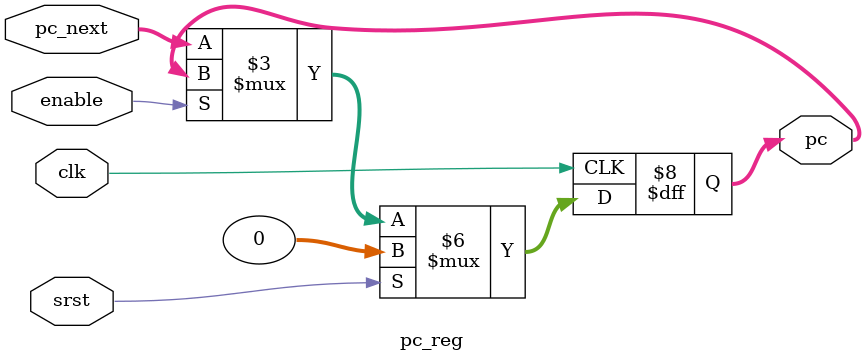
<source format=sv>
module pc_reg (
	input               clk    , // Clock
	input               srst   , // Asynchronous reset active high
	input               enable,
	input        [31:0] pc_next,
	output logic [31:0] pc
);
//initial begin

//end

	always_ff @(posedge clk) begin : proc_program_counter
		if(srst) begin
			pc <= 'h0;//sample program
		end else if(!enable) begin// for stall f 
			pc <= pc_next ;
		end
	end
	
endmodule
</source>
